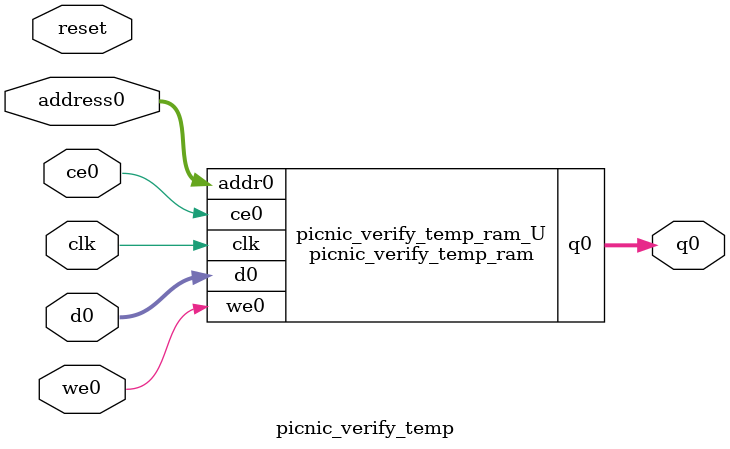
<source format=v>
`timescale 1 ns / 1 ps
module picnic_verify_temp_ram (addr0, ce0, d0, we0, q0,  clk);

parameter DWIDTH = 32;
parameter AWIDTH = 3;
parameter MEM_SIZE = 8;

input[AWIDTH-1:0] addr0;
input ce0;
input[DWIDTH-1:0] d0;
input we0;
output reg[DWIDTH-1:0] q0;
input clk;

(* ram_style = "distributed" *)reg [DWIDTH-1:0] ram[0:MEM_SIZE-1];




always @(posedge clk)  
begin 
    if (ce0) begin
        if (we0) 
            ram[addr0] <= d0; 
        q0 <= ram[addr0];
    end
end


endmodule

`timescale 1 ns / 1 ps
module picnic_verify_temp(
    reset,
    clk,
    address0,
    ce0,
    we0,
    d0,
    q0);

parameter DataWidth = 32'd32;
parameter AddressRange = 32'd8;
parameter AddressWidth = 32'd3;
input reset;
input clk;
input[AddressWidth - 1:0] address0;
input ce0;
input we0;
input[DataWidth - 1:0] d0;
output[DataWidth - 1:0] q0;



picnic_verify_temp_ram picnic_verify_temp_ram_U(
    .clk( clk ),
    .addr0( address0 ),
    .ce0( ce0 ),
    .we0( we0 ),
    .d0( d0 ),
    .q0( q0 ));

endmodule


</source>
